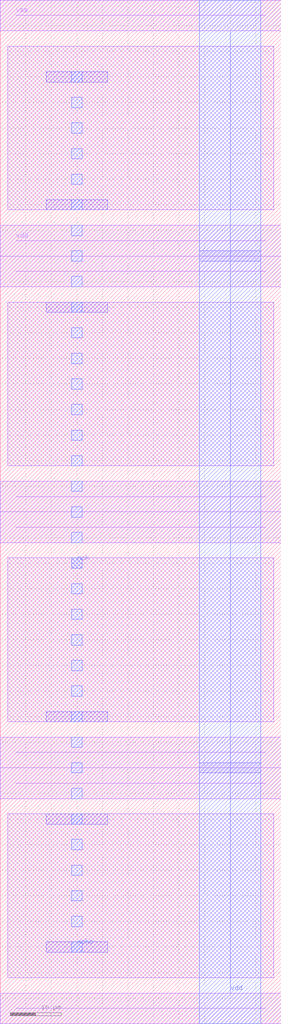
<source format=lef>

MACRO rf_dec_bufad0
    CLASS     CORE ;
    ORIGIN    0.00 0.00 ;
    SIZE      45.00 BY 50.00 ;
    SYMMETRY  X Y ;
    SITE      core ;
    PIN nq
        DIRECTION INOUT ;
        PORT
            LAYER L_ALU2 ;
            RECT 14.00 24.00 16.00 26.00 ;
        END
    END nq
    PIN q
        DIRECTION OUTPUT ;
        PORT
            LAYER L_ALU2 ;
            RECT 24.00 29.00 26.00 31.00 ;
        END
    END q
    PIN i
        DIRECTION INPUT ;
        PORT
            LAYER L_ALU1 ;
            RECT 4.00 39.00 6.00 41.00 ;
            RECT 4.00 34.00 6.00 36.00 ;
            RECT 4.00 29.00 6.00 31.00 ;
            RECT 4.00 24.00 6.00 26.00 ;
            RECT 4.00 19.00 6.00 21.00 ;
            RECT 4.00 14.00 6.00 16.00 ;
            RECT 4.00 9.00 6.00 11.00 ;
        END
    END i
    PIN vdd
        DIRECTION INOUT ;
        USE power ;
        SHAPE ABUTMENT ;
        PORT
            LAYER L_ALU1 ;
            WIDTH 6.00 ;
            PATH 3.00 47.00 42.00 47.00 ;
        END
    END vdd
    PIN vss
        DIRECTION INOUT ;
        USE ground ;
        SHAPE ABUTMENT ;
        PORT
            LAYER L_ALU1 ;
            WIDTH 6.00 ;
            PATH 3.00 3.00 42.00 3.00 ;
        END
    END vss
    OBS
        LAYER L_ALU1 ;
        RECT 1.50 9.00 43.50 41.00 ;
    END
END rf_dec_bufad0


MACRO rf_dec_bufad1
    CLASS     CORE ;
    ORIGIN    0.00 0.00 ;
    SIZE      50.00 BY 50.00 ;
    SYMMETRY  X Y ;
    SITE      core ;
    PIN nq
        DIRECTION INOUT ;
        PORT
            LAYER L_ALU3 ;
            RECT 24.00 19.00 26.00 21.00 ;
        END
    END nq
    PIN q
        DIRECTION OUTPUT ;
        PORT
            LAYER L_ALU3 ;
            RECT 29.00 19.00 31.00 21.00 ;
        END
    END q
    PIN i
        DIRECTION INPUT ;
        PORT
            LAYER L_ALU3 ;
            RECT 19.00 19.00 21.00 21.00 ;
        END
    END i
    PIN vdd
        DIRECTION INOUT ;
        USE power ;
        SHAPE ABUTMENT ;
        PORT
            LAYER L_ALU1 ;
            WIDTH 6.00 ;
            PATH 3.00 47.00 47.00 47.00 ;
        END
    END vdd
    PIN vss
        DIRECTION INOUT ;
        USE ground ;
        SHAPE ABUTMENT ;
        PORT
            LAYER L_ALU1 ;
            WIDTH 6.00 ;
            PATH 3.00 3.00 47.00 3.00 ;
        END
    END vss
    OBS
        LAYER L_ALU1 ;
        RECT 1.50 9.00 48.50 41.00 ;
        LAYER L_ALU2 ;
        RECT 19.00 19.00 31.00 21.00 ;
    END
END rf_dec_bufad1


MACRO rf_dec_bufad2
    CLASS     CORE ;
    ORIGIN    0.00 0.00 ;
    SIZE      50.00 BY 50.00 ;
    SYMMETRY  X Y ;
    SITE      core ;
    PIN nq0
        DIRECTION INOUT ;
        PORT
            LAYER L_ALU3 ;
            RECT 29.00 19.00 31.00 21.00 ;
        END
    END nq0
    PIN nq1
        DIRECTION INOUT ;
        PORT
            LAYER L_ALU3 ;
            RECT 34.00 19.00 36.00 21.00 ;
        END
    END nq1
    PIN q0
        DIRECTION OUTPUT ;
        PORT
            LAYER L_ALU3 ;
            RECT 19.00 19.00 21.00 21.00 ;
        END
    END q0
    PIN q1
        DIRECTION OUTPUT ;
        PORT
            LAYER L_ALU3 ;
            RECT 44.00 19.00 46.00 21.00 ;
        END
    END q1
    PIN i0
        DIRECTION INPUT ;
        PORT
            LAYER L_ALU3 ;
            RECT 24.00 19.00 26.00 21.00 ;
        END
    END i0
    PIN i1
        DIRECTION INPUT ;
        PORT
            LAYER L_ALU3 ;
            RECT 39.00 19.00 41.00 21.00 ;
        END
    END i1
    PIN vdd
        DIRECTION INOUT ;
        USE power ;
        SHAPE ABUTMENT ;
        PORT
            LAYER L_ALU1 ;
            WIDTH 6.00 ;
            PATH 3.00 47.00 47.00 47.00 ;
        END
    END vdd
    PIN vss
        DIRECTION INOUT ;
        USE ground ;
        SHAPE ABUTMENT ;
        PORT
            LAYER L_ALU1 ;
            WIDTH 6.00 ;
            PATH 3.00 3.00 47.00 3.00 ;
        END
    END vss
    OBS
        LAYER L_ALU1 ;
        RECT 1.50 9.00 48.50 41.00 ;
        LAYER L_ALU2 ;
        RECT 19.00 19.00 46.00 21.00 ;
    END
END rf_dec_bufad2


MACRO rf_dec_nand2
    CLASS     CORE ;
    ORIGIN    0.00 0.00 ;
    SIZE      50.00 BY 50.00 ;
    SYMMETRY  X Y ;
    SITE      core ;
    PIN nq
        DIRECTION OUTPUT ;
        PORT
            LAYER L_ALU3 ;
            RECT 34.00 19.00 36.00 21.00 ;
        END
    END nq
    PIN i1
        DIRECTION INPUT ;
        PORT
            LAYER L_ALU3 ;
            RECT 24.00 19.00 26.00 21.00 ;
        END
    END i1
    PIN i0
        DIRECTION INPUT ;
        PORT
            LAYER L_ALU3 ;
            RECT 19.00 19.00 21.00 21.00 ;
        END
    END i0
    PIN vdd
        DIRECTION INOUT ;
        USE power ;
        SHAPE ABUTMENT ;
        PORT
            LAYER L_ALU1 ;
            WIDTH 6.00 ;
            PATH 3.00 47.00 47.00 47.00 ;
        END
    END vdd
    PIN vss
        DIRECTION INOUT ;
        USE ground ;
        SHAPE ABUTMENT ;
        PORT
            LAYER L_ALU1 ;
            WIDTH 6.00 ;
            PATH 3.00 3.00 47.00 3.00 ;
        END
    END vss
    OBS
        LAYER L_ALU1 ;
        RECT 1.50 9.00 48.50 41.00 ;
        LAYER L_ALU2 ;
        RECT 19.00 19.00 36.00 21.00 ;
    END
END rf_dec_nand2


MACRO rf_dec_nand3
    CLASS     CORE ;
    ORIGIN    0.00 0.00 ;
    SIZE      50.00 BY 50.00 ;
    SYMMETRY  X Y ;
    SITE      core ;
    PIN nq
        DIRECTION OUTPUT ;
        PORT
            LAYER L_ALU3 ;
            RECT 39.00 19.00 41.00 21.00 ;
        END
    END nq
    PIN i0
        DIRECTION INPUT ;
        PORT
            LAYER L_ALU3 ;
            RECT 34.00 19.00 36.00 21.00 ;
        END
    END i0
    PIN i1
        DIRECTION INPUT ;
        PORT
            LAYER L_ALU3 ;
            RECT 19.00 19.00 21.00 21.00 ;
        END
    END i1
    PIN i2
        DIRECTION INPUT ;
        PORT
            LAYER L_ALU3 ;
            RECT 24.00 19.00 26.00 21.00 ;
        END
    END i2
    PIN vdd
        DIRECTION INOUT ;
        USE power ;
        SHAPE ABUTMENT ;
        PORT
            LAYER L_ALU1 ;
            WIDTH 6.00 ;
            PATH 3.00 47.00 47.00 47.00 ;
        END
    END vdd
    PIN vss
        DIRECTION INOUT ;
        USE ground ;
        SHAPE ABUTMENT ;
        PORT
            LAYER L_ALU1 ;
            WIDTH 6.00 ;
            PATH 3.00 3.00 47.00 3.00 ;
        END
    END vss
    OBS
        LAYER L_ALU1 ;
        RECT 1.50 9.00 48.50 41.00 ;
        LAYER L_ALU2 ;
        RECT 29.00 19.00 36.00 21.00 ;
        RECT 19.00 19.00 41.00 21.00 ;
    END
END rf_dec_nand3


MACRO rf_dec_nand4
    CLASS     CORE ;
    ORIGIN    0.00 0.00 ;
    SIZE      50.00 BY 50.00 ;
    SYMMETRY  X Y ;
    SITE      core ;
    PIN nq
        DIRECTION OUTPUT ;
        PORT
            LAYER L_ALU3 ;
            RECT 39.00 19.00 41.00 21.00 ;
        END
    END nq
    PIN i2
        DIRECTION INPUT ;
        PORT
            LAYER L_ALU3 ;
            RECT 24.00 19.00 26.00 21.00 ;
        END
    END i2
    PIN i1
        DIRECTION INPUT ;
        PORT
            LAYER L_ALU3 ;
            RECT 19.00 19.00 21.00 21.00 ;
        END
    END i1
    PIN i0
        DIRECTION INPUT ;
        PORT
            LAYER L_ALU3 ;
            RECT 14.00 19.00 16.00 21.00 ;
        END
    END i0
    PIN i3
        DIRECTION INPUT ;
        PORT
            LAYER L_ALU3 ;
            RECT 34.00 19.00 36.00 21.00 ;
        END
    END i3
    PIN vdd
        DIRECTION INOUT ;
        USE power ;
        SHAPE ABUTMENT ;
        PORT
            LAYER L_ALU1 ;
            WIDTH 6.00 ;
            PATH 3.00 47.00 47.00 47.00 ;
        END
    END vdd
    PIN vss
        DIRECTION INOUT ;
        USE ground ;
        SHAPE ABUTMENT ;
        PORT
            LAYER L_ALU1 ;
            WIDTH 6.00 ;
            PATH 3.00 3.00 47.00 3.00 ;
        END
    END vss
    OBS
        LAYER L_ALU1 ;
        RECT 1.50 9.00 48.50 41.00 ;
        LAYER L_ALU2 ;
        RECT 14.00 19.00 41.00 21.00 ;
        RECT 29.00 19.00 36.00 21.00 ;
    END
END rf_dec_nand4


MACRO rf_dec_nao3
    CLASS     CORE ;
    ORIGIN    0.00 0.00 ;
    SIZE      25.00 BY 50.00 ;
    SYMMETRY  X Y ;
    SITE      core ;
    PIN nq
        DIRECTION OUTPUT ;
        PORT
            LAYER L_ALU2 ;
            RECT 9.00 14.00 11.00 16.00 ;
        END
    END nq
    PIN i2
        DIRECTION INPUT ;
        PORT
            LAYER L_ALU2 ;
            RECT 19.00 34.00 21.00 36.00 ;
        END
    END i2
    PIN i0
        DIRECTION INPUT ;
        PORT
            LAYER L_ALU2 ;
            RECT 9.00 39.00 11.00 41.00 ;
        END
    END i0
    PIN i1
        DIRECTION INPUT ;
        PORT
            LAYER L_ALU2 ;
            RECT 4.00 19.00 6.00 21.00 ;
        END
    END i1
    PIN vdd
        DIRECTION INOUT ;
        USE power ;
        SHAPE ABUTMENT ;
        PORT
            LAYER L_ALU1 ;
            WIDTH 6.00 ;
            PATH 3.00 47.00 22.00 47.00 ;
        END
    END vdd
    PIN vss
        DIRECTION INOUT ;
        USE ground ;
        SHAPE ABUTMENT ;
        PORT
            LAYER L_ALU1 ;
            WIDTH 6.00 ;
            PATH 3.00 3.00 22.00 3.00 ;
        END
    END vss
    OBS
        LAYER L_ALU1 ;
        RECT 1.50 9.00 23.50 41.00 ;
        LAYER L_ALU2 ;
        RECT 4.00 19.00 11.00 21.00 ;
    END
END rf_dec_nao3


MACRO rf_dec_nbuf
    CLASS     CORE ;
    ORIGIN    0.00 0.00 ;
    SIZE      55.00 BY 50.00 ;
    SYMMETRY  X Y ;
    SITE      core ;
    PIN nq
        DIRECTION OUTPUT ;
        PORT
            LAYER L_ALU2 ;
            RECT 19.00 9.00 21.00 11.00 ;
            RECT 14.00 9.00 16.00 11.00 ;
            RECT 9.00 9.00 11.00 11.00 ;
        END
    END nq
    PIN i
        DIRECTION INPUT ;
        PORT
            LAYER L_ALU1 ;
            RECT 49.00 39.00 51.00 41.00 ;
            RECT 49.00 34.00 51.00 36.00 ;
            RECT 49.00 29.00 51.00 31.00 ;
            RECT 49.00 24.00 51.00 26.00 ;
            RECT 49.00 19.00 51.00 21.00 ;
            RECT 49.00 14.00 51.00 16.00 ;
            RECT 49.00 9.00 51.00 11.00 ;
        END
    END i
    PIN vdd
        DIRECTION INOUT ;
        USE power ;
        SHAPE ABUTMENT ;
        PORT
            LAYER L_ALU1 ;
            WIDTH 6.00 ;
            PATH 3.00 47.00 52.00 47.00 ;
        END
    END vdd
    PIN vss
        DIRECTION INOUT ;
        USE ground ;
        SHAPE ABUTMENT ;
        PORT
            LAYER L_ALU1 ;
            WIDTH 6.00 ;
            PATH 3.00 3.00 52.00 3.00 ;
        END
    END vss
    OBS
        LAYER L_ALU1 ;
        RECT 1.50 9.00 53.50 41.00 ;
    END
END rf_dec_nbuf


MACRO rf_dec_nor3
    CLASS     CORE ;
    ORIGIN    0.00 0.00 ;
    SIZE      25.00 BY 50.00 ;
    SYMMETRY  X Y ;
    SITE      core ;
    PIN nq
        DIRECTION OUTPUT ;
        PORT
            LAYER L_ALU2 ;
            RECT 9.00 14.00 11.00 16.00 ;
        END
    END nq
    PIN i1
        DIRECTION INPUT ;
        PORT
            LAYER L_ALU2 ;
            RECT 4.00 19.00 6.00 21.00 ;
        END
    END i1
    PIN i2
        DIRECTION INPUT ;
        PORT
            LAYER L_ALU2 ;
            RECT 19.00 9.00 21.00 11.00 ;
        END
    END i2
    PIN i0
        DIRECTION INPUT ;
        PORT
            LAYER L_ALU2 ;
            RECT 9.00 39.00 11.00 41.00 ;
        END
    END i0
    PIN vdd
        DIRECTION INOUT ;
        USE power ;
        SHAPE ABUTMENT ;
        PORT
            LAYER L_ALU1 ;
            WIDTH 6.00 ;
            PATH 3.00 47.00 22.00 47.00 ;
        END
    END vdd
    PIN vss
        DIRECTION INOUT ;
        USE ground ;
        SHAPE ABUTMENT ;
        PORT
            LAYER L_ALU1 ;
            WIDTH 6.00 ;
            PATH 3.00 3.00 22.00 3.00 ;
        END
    END vss
    OBS
        LAYER L_ALU1 ;
        RECT 1.50 9.00 23.50 41.00 ;
        LAYER L_ALU2 ;
        RECT 4.00 19.00 11.00 21.00 ;
    END
END rf_dec_nor3


MACRO rf_fifo_buf
    CLASS     CORE ;
    ORIGIN    0.00 0.00 ;
    SIZE      50.00 BY 100.00 ;
    SYMMETRY  Y ;
    SITE      core ;
    PIN xcks
        DIRECTION OUTPUT ;
        PORT
            LAYER L_ALU1 ;
            RECT 4.00 39.00 6.00 41.00 ;
            RECT 4.00 34.00 6.00 36.00 ;
            RECT 4.00 29.00 6.00 31.00 ;
            RECT 4.00 24.00 6.00 26.00 ;
            RECT 4.00 19.00 6.00 21.00 ;
            RECT 4.00 14.00 6.00 16.00 ;
            RECT 4.00 9.00 6.00 11.00 ;
        END
    END xcks
    PIN xckm
        DIRECTION OUTPUT ;
        PORT
            LAYER L_ALU1 ;
            RECT 34.00 39.00 36.00 41.00 ;
            RECT 34.00 34.00 36.00 36.00 ;
            RECT 34.00 29.00 36.00 31.00 ;
            RECT 34.00 24.00 36.00 26.00 ;
            RECT 34.00 19.00 36.00 21.00 ;
            RECT 34.00 14.00 36.00 16.00 ;
            RECT 34.00 9.00 36.00 11.00 ;
        END
    END xckm
    PIN nw
        DIRECTION OUTPUT ;
        PORT
            LAYER L_ALU1 ;
            RECT 24.00 89.00 26.00 91.00 ;
            RECT 24.00 84.00 26.00 86.00 ;
            RECT 24.00 79.00 26.00 81.00 ;
            RECT 24.00 74.00 26.00 76.00 ;
            RECT 24.00 69.00 26.00 71.00 ;
            RECT 24.00 64.00 26.00 66.00 ;
            RECT 24.00 59.00 26.00 61.00 ;
        END
    END nw
    PIN xreset
        DIRECTION OUTPUT ;
        PORT
            LAYER L_ALU1 ;
            RECT 39.00 39.00 41.00 41.00 ;
            RECT 39.00 34.00 41.00 36.00 ;
            RECT 39.00 29.00 41.00 31.00 ;
            RECT 39.00 24.00 41.00 26.00 ;
            RECT 39.00 19.00 41.00 21.00 ;
            RECT 39.00 14.00 41.00 16.00 ;
            RECT 39.00 9.00 41.00 11.00 ;
        END
    END xreset
    PIN nr
        DIRECTION OUTPUT ;
        PORT
            LAYER L_ALU1 ;
            RECT 4.00 89.00 6.00 91.00 ;
            RECT 4.00 84.00 6.00 86.00 ;
            RECT 4.00 79.00 6.00 81.00 ;
            RECT 4.00 74.00 6.00 76.00 ;
            RECT 4.00 69.00 6.00 71.00 ;
            RECT 4.00 64.00 6.00 66.00 ;
            RECT 4.00 59.00 6.00 61.00 ;
        END
    END nr
    PIN nreset
        DIRECTION OUTPUT ;
        PORT
            LAYER L_ALU1 ;
            RECT 44.00 89.00 46.00 91.00 ;
            RECT 44.00 84.00 46.00 86.00 ;
            RECT 44.00 79.00 46.00 81.00 ;
            RECT 44.00 74.00 46.00 76.00 ;
            RECT 44.00 69.00 46.00 71.00 ;
            RECT 44.00 64.00 46.00 66.00 ;
            RECT 44.00 59.00 46.00 61.00 ;
            LAYER L_ALU3 ;
            RECT 44.00 59.00 46.00 61.00 ;
            RECT 44.00 54.00 46.00 56.00 ;
            RECT 44.00 49.00 46.00 51.00 ;
            RECT 44.00 44.00 46.00 46.00 ;
            RECT 44.00 39.00 46.00 41.00 ;
            RECT 44.00 34.00 46.00 36.00 ;
            RECT 44.00 29.00 46.00 31.00 ;
            RECT 44.00 24.00 46.00 26.00 ;
        END
    END nreset
    PIN ckm
        DIRECTION INPUT ;
        PORT
            LAYER L_ALU2 ;
            RECT 24.00 9.00 26.00 11.00 ;
            RECT 19.00 9.00 21.00 11.00 ;
        END
    END ckm
    PIN cks
        DIRECTION INPUT ;
        PORT
            LAYER L_ALU2 ;
            RECT 19.00 39.00 21.00 41.00 ;
            RECT 14.00 39.00 16.00 41.00 ;
        END
    END cks
    PIN reset
        DIRECTION INPUT ;
        PORT
            LAYER L_ALU2 ;
            RECT 39.00 79.00 41.00 81.00 ;
            RECT 34.00 79.00 36.00 81.00 ;
        END
    END reset
    PIN r
        DIRECTION INPUT ;
        PORT
            LAYER L_ALU2 ;
            RECT 14.00 84.00 16.00 86.00 ;
            RECT 9.00 84.00 11.00 86.00 ;
        END
    END r
    PIN w
        DIRECTION INPUT ;
        PORT
            LAYER L_ALU2 ;
            RECT 34.00 74.00 36.00 76.00 ;
            RECT 29.00 74.00 31.00 76.00 ;
        END
    END w
    PIN vdd
        DIRECTION INOUT ;
        USE power ;
        SHAPE ABUTMENT ;
        PORT
            LAYER L_ALU1 ;
            WIDTH 6.00 ;
            PATH 3.00 47.00 47.00 47.00 ;
            LAYER L_ALU1 ;
            WIDTH 6.00 ;
            PATH 3.00 53.00 47.00 53.00 ;
        END
    END vdd
    PIN vss
        DIRECTION INOUT ;
        USE ground ;
        SHAPE ABUTMENT ;
        PORT
            LAYER L_ALU1 ;
            WIDTH 6.00 ;
            PATH 3.00 3.00 47.00 3.00 ;
            LAYER L_ALU1 ;
            WIDTH 6.00 ;
            PATH 3.00 97.00 47.00 97.00 ;
        END
    END vss
    OBS
        LAYER L_ALU1 ;
        RECT 1.50 9.00 48.50 41.00 ;
        RECT 1.50 59.00 48.50 91.00 ;
        LAYER L_ALU2 ;
        RECT 44.00 59.00 51.00 61.00 ;
        RECT 44.00 24.00 51.00 26.00 ;
        RECT 44.00 59.00 51.00 61.00 ;
        RECT 44.00 24.00 51.00 26.00 ;
    END
END rf_fifo_buf


MACRO rf_fifo_clock
    CLASS     CORE ;
    ORIGIN    0.00 0.00 ;
    SIZE      50.00 BY 100.00 ;
    SYMMETRY  Y ;
    SITE      core ;
    PIN ckm
        DIRECTION INOUT ;
        PORT
            LAYER L_ALU3 ;
            RECT 19.00 84.00 21.00 86.00 ;
            RECT 19.00 79.00 21.00 81.00 ;
            RECT 19.00 74.00 21.00 76.00 ;
            RECT 19.00 69.00 21.00 71.00 ;
            RECT 19.00 64.00 21.00 66.00 ;
            RECT 19.00 59.00 21.00 61.00 ;
            RECT 19.00 54.00 21.00 56.00 ;
            RECT 19.00 49.00 21.00 51.00 ;
            RECT 19.00 44.00 21.00 46.00 ;
            RECT 19.00 39.00 21.00 41.00 ;
        END
    END ckm
    PIN cks
        DIRECTION INOUT ;
        PORT
            LAYER L_ALU3 ;
            RECT 29.00 79.00 31.00 81.00 ;
            RECT 29.00 74.00 31.00 76.00 ;
            RECT 29.00 69.00 31.00 71.00 ;
            RECT 29.00 64.00 31.00 66.00 ;
            RECT 29.00 59.00 31.00 61.00 ;
            RECT 29.00 54.00 31.00 56.00 ;
            RECT 29.00 49.00 31.00 51.00 ;
            RECT 29.00 44.00 31.00 46.00 ;
            RECT 29.00 39.00 31.00 41.00 ;
        END
    END cks
    PIN ckok
        DIRECTION OUTPUT ;
        PORT
            LAYER L_ALU1 ;
            RECT 9.00 89.00 11.00 91.00 ;
            RECT 9.00 84.00 11.00 86.00 ;
            RECT 9.00 79.00 11.00 81.00 ;
            RECT 9.00 74.00 11.00 76.00 ;
            RECT 9.00 69.00 11.00 71.00 ;
            RECT 9.00 64.00 11.00 66.00 ;
            RECT 9.00 59.00 11.00 61.00 ;
        END
    END ckok
    PIN wok
        DIRECTION INPUT ;
        PORT
            LAYER L_ALU1 ;
            RECT 4.00 79.00 6.00 81.00 ;
            RECT 4.00 74.00 6.00 76.00 ;
            RECT 4.00 69.00 6.00 71.00 ;
            RECT 4.00 64.00 6.00 66.00 ;
        END
    END wok
    PIN ck
        DIRECTION INPUT ;
        PORT
            LAYER L_ALU2 ;
            RECT 49.00 69.00 51.00 71.00 ;
            RECT 44.00 69.00 46.00 71.00 ;
            RECT 39.00 69.00 41.00 71.00 ;
            RECT 34.00 69.00 36.00 71.00 ;
            RECT 29.00 69.00 31.00 71.00 ;
            RECT 24.00 69.00 26.00 71.00 ;
            RECT 19.00 69.00 21.00 71.00 ;
            LAYER L_ALU3 ;
            RECT 49.00 69.00 51.00 71.00 ;
            RECT 49.00 64.00 51.00 66.00 ;
            RECT 49.00 59.00 51.00 61.00 ;
            RECT 49.00 54.00 51.00 56.00 ;
            RECT 49.00 49.00 51.00 51.00 ;
            RECT 49.00 44.00 51.00 46.00 ;
            RECT 49.00 39.00 51.00 41.00 ;
            RECT 49.00 34.00 51.00 36.00 ;
            RECT 49.00 29.00 51.00 31.00 ;
            RECT 49.00 24.00 51.00 26.00 ;
        END
    END ck
    PIN vdd
        DIRECTION INOUT ;
        USE power ;
        SHAPE ABUTMENT ;
        PORT
            LAYER L_ALU1 ;
            WIDTH 6.00 ;
            PATH 3.00 47.00 47.00 47.00 ;
            LAYER L_ALU1 ;
            WIDTH 6.00 ;
            PATH 3.00 53.00 47.00 53.00 ;
        END
    END vdd
    PIN vss
        DIRECTION INOUT ;
        USE ground ;
        SHAPE ABUTMENT ;
        PORT
            LAYER L_ALU1 ;
            WIDTH 6.00 ;
            PATH 3.00 3.00 47.00 3.00 ;
            LAYER L_ALU1 ;
            WIDTH 6.00 ;
            PATH 3.00 97.00 47.00 97.00 ;
        END
    END vss
    OBS
        LAYER L_ALU1 ;
        RECT 1.50 9.00 48.50 41.00 ;
        RECT 1.50 59.00 48.50 91.00 ;
        LAYER L_ALU2 ;
        RECT 29.00 19.00 41.00 21.00 ;
        RECT 29.00 79.00 46.00 81.00 ;
        RECT 9.00 24.00 36.00 26.00 ;
        RECT 29.00 19.00 41.00 21.00 ;
        RECT 24.00 39.00 31.00 41.00 ;
        RECT 9.00 24.00 51.00 26.00 ;
        RECT 14.00 39.00 21.00 41.00 ;
        RECT 19.00 84.00 36.00 86.00 ;
        RECT 29.00 79.00 36.00 81.00 ;
        RECT 39.00 79.00 46.00 81.00 ;
        RECT 39.00 59.00 46.00 61.00 ;
        RECT 29.00 59.00 36.00 61.00 ;
        RECT 29.00 59.00 46.00 61.00 ;
        RECT 39.00 39.00 46.00 41.00 ;
        RECT 44.00 24.00 51.00 26.00 ;
        RECT 19.00 84.00 36.00 86.00 ;
        RECT 14.00 39.00 46.00 41.00 ;
        LAYER L_ALU3 ;
        RECT 39.00 19.00 41.00 61.00 ;
        RECT 34.00 24.00 36.00 61.00 ;
        RECT 44.00 39.00 46.00 81.00 ;
        RECT 44.00 39.00 46.00 81.00 ;
        RECT 34.00 24.00 36.00 61.00 ;
        RECT 39.00 19.00 41.00 61.00 ;
    END
END rf_fifo_clock


MACRO rf_fifo_empty
    CLASS     CORE ;
    ORIGIN    0.00 0.00 ;
    SIZE      50.00 BY 50.00 ;
    SYMMETRY  X Y ;
    SITE      core ;
    PIN empty
        DIRECTION OUTPUT ;
        PORT
            LAYER L_ALU1 ;
            RECT 44.00 39.00 46.00 41.00 ;
            RECT 44.00 34.00 46.00 36.00 ;
            RECT 44.00 29.00 46.00 31.00 ;
            RECT 44.00 24.00 46.00 26.00 ;
            RECT 44.00 19.00 46.00 21.00 ;
            RECT 44.00 14.00 46.00 16.00 ;
            RECT 44.00 9.00 46.00 11.00 ;
        END
    END empty
    PIN nreset
        DIRECTION INPUT ;
        PORT
            LAYER L_ALU2 ;
            RECT 34.00 14.00 36.00 16.00 ;
            RECT 29.00 14.00 31.00 16.00 ;
            RECT 24.00 14.00 26.00 16.00 ;
            RECT 19.00 14.00 21.00 16.00 ;
            RECT 14.00 14.00 16.00 16.00 ;
            RECT 9.00 14.00 11.00 16.00 ;
            RECT 4.00 14.00 6.00 16.00 ;
        END
    END nreset
    PIN cks
        DIRECTION INPUT ;
        PORT
            LAYER L_ALU2 ;
            RECT 34.00 9.00 36.00 11.00 ;
            RECT 29.00 9.00 31.00 11.00 ;
            RECT 24.00 9.00 26.00 11.00 ;
            RECT 19.00 9.00 21.00 11.00 ;
        END
    END cks
    PIN emptynext
        DIRECTION INPUT ;
        PORT
            LAYER L_ALU2 ;
            RECT 34.00 29.00 36.00 31.00 ;
            RECT 29.00 29.00 31.00 31.00 ;
            RECT 24.00 29.00 26.00 31.00 ;
            RECT 19.00 29.00 21.00 31.00 ;
            RECT 14.00 29.00 16.00 31.00 ;
            RECT 9.00 29.00 11.00 31.00 ;
        END
    END emptynext
    PIN ckm
        DIRECTION INPUT ;
        PORT
            LAYER L_ALU2 ;
            RECT 34.00 19.00 36.00 21.00 ;
            RECT 29.00 19.00 31.00 21.00 ;
            RECT 24.00 19.00 26.00 21.00 ;
            RECT 19.00 19.00 21.00 21.00 ;
            RECT 14.00 19.00 16.00 21.00 ;
        END
    END ckm
    PIN vdd
        DIRECTION INOUT ;
        USE power ;
        SHAPE ABUTMENT ;
        PORT
            LAYER L_ALU1 ;
            WIDTH 6.00 ;
            PATH 3.00 47.00 47.00 47.00 ;
        END
    END vdd
    PIN vss
        DIRECTION INOUT ;
        USE ground ;
        SHAPE ABUTMENT ;
        PORT
            LAYER L_ALU1 ;
            WIDTH 6.00 ;
            PATH 3.00 3.00 47.00 3.00 ;
        END
    END vss
    OBS
        LAYER L_ALU1 ;
        RECT 1.50 9.00 48.50 41.00 ;
    END
END rf_fifo_empty


MACRO rf_fifo_full
    CLASS     CORE ;
    ORIGIN    0.00 0.00 ;
    SIZE      50.00 BY 50.00 ;
    SYMMETRY  X Y ;
    SITE      core ;
    PIN full
        DIRECTION OUTPUT ;
        PORT
            LAYER L_ALU1 ;
            RECT 44.00 39.00 46.00 41.00 ;
            RECT 44.00 34.00 46.00 36.00 ;
            RECT 44.00 29.00 46.00 31.00 ;
            RECT 44.00 24.00 46.00 26.00 ;
            RECT 44.00 19.00 46.00 21.00 ;
            RECT 44.00 14.00 46.00 16.00 ;
            RECT 44.00 9.00 46.00 11.00 ;
        END
    END full
    PIN cks
        DIRECTION INPUT ;
        PORT
            LAYER L_ALU2 ;
            RECT 34.00 9.00 36.00 11.00 ;
            RECT 29.00 9.00 31.00 11.00 ;
            RECT 24.00 9.00 26.00 11.00 ;
            RECT 19.00 9.00 21.00 11.00 ;
        END
    END cks
    PIN reset
        DIRECTION INPUT ;
        PORT
            LAYER L_ALU2 ;
            RECT 34.00 14.00 36.00 16.00 ;
            RECT 29.00 14.00 31.00 16.00 ;
            RECT 24.00 14.00 26.00 16.00 ;
            RECT 19.00 14.00 21.00 16.00 ;
            RECT 14.00 14.00 16.00 16.00 ;
            RECT 9.00 14.00 11.00 16.00 ;
            RECT 4.00 14.00 6.00 16.00 ;
        END
    END reset
    PIN fullnext
        DIRECTION INPUT ;
        PORT
            LAYER L_ALU2 ;
            RECT 34.00 24.00 36.00 26.00 ;
            RECT 29.00 24.00 31.00 26.00 ;
            RECT 24.00 24.00 26.00 26.00 ;
            RECT 19.00 24.00 21.00 26.00 ;
            RECT 14.00 24.00 16.00 26.00 ;
            RECT 9.00 24.00 11.00 26.00 ;
        END
    END fullnext
    PIN ckm
        DIRECTION INPUT ;
        PORT
            LAYER L_ALU2 ;
            RECT 34.00 19.00 36.00 21.00 ;
            RECT 29.00 19.00 31.00 21.00 ;
            RECT 24.00 19.00 26.00 21.00 ;
            RECT 19.00 19.00 21.00 21.00 ;
            RECT 14.00 19.00 16.00 21.00 ;
        END
    END ckm
    PIN vdd
        DIRECTION INOUT ;
        USE power ;
        SHAPE ABUTMENT ;
        PORT
            LAYER L_ALU1 ;
            WIDTH 6.00 ;
            PATH 3.00 47.00 47.00 47.00 ;
        END
    END vdd
    PIN vss
        DIRECTION INOUT ;
        USE ground ;
        SHAPE ABUTMENT ;
        PORT
            LAYER L_ALU1 ;
            WIDTH 6.00 ;
            PATH 3.00 3.00 47.00 3.00 ;
        END
    END vss
    OBS
        LAYER L_ALU1 ;
        RECT 1.50 9.00 48.50 41.00 ;
    END
END rf_fifo_full


MACRO rf_fifo_inc
    CLASS     CORE ;
    ORIGIN    0.00 0.00 ;
    SIZE      50.00 BY 50.00 ;
    SYMMETRY  X Y ;
    SITE      core ;
    PIN inc
        DIRECTION OUTPUT ;
        PORT
            LAYER L_ALU1 ;
            RECT 4.00 39.00 6.00 41.00 ;
            RECT 4.00 34.00 6.00 36.00 ;
            RECT 4.00 29.00 6.00 31.00 ;
            RECT 4.00 24.00 6.00 26.00 ;
            RECT 4.00 19.00 6.00 21.00 ;
            RECT 4.00 14.00 6.00 16.00 ;
            RECT 4.00 9.00 6.00 11.00 ;
        END
    END inc
    PIN nval
        DIRECTION INPUT ;
        PORT
            LAYER L_ALU2 ;
            RECT 29.00 39.00 31.00 41.00 ;
            RECT 24.00 39.00 26.00 41.00 ;
        END
    END nval
    PIN ckm
        DIRECTION INPUT ;
        PORT
            LAYER L_ALU2 ;
            RECT 14.00 19.00 16.00 21.00 ;
            RECT 9.00 19.00 11.00 21.00 ;
        END
    END ckm
    PIN nreset
        DIRECTION INPUT ;
        PORT
            LAYER L_ALU2 ;
            RECT 24.00 24.00 26.00 26.00 ;
            RECT 19.00 24.00 21.00 26.00 ;
        END
    END nreset
    PIN vdd
        DIRECTION INOUT ;
        USE power ;
        SHAPE ABUTMENT ;
        PORT
            LAYER L_ALU1 ;
            WIDTH 6.00 ;
            PATH 3.00 47.00 47.00 47.00 ;
        END
    END vdd
    PIN vss
        DIRECTION INOUT ;
        USE ground ;
        SHAPE ABUTMENT ;
        PORT
            LAYER L_ALU1 ;
            WIDTH 6.00 ;
            PATH 3.00 3.00 47.00 3.00 ;
        END
    END vss
    OBS
        LAYER L_ALU1 ;
        RECT 1.50 9.00 48.50 41.00 ;
    END
END rf_fifo_inc


MACRO rf_fifo_nop
    CLASS     CORE ;
    ORIGIN    0.00 0.00 ;
    SIZE      50.00 BY 50.00 ;
    SYMMETRY  X Y ;
    SITE      core ;
    PIN nval
        DIRECTION INOUT ;
        PORT
            LAYER L_ALU2 ;
            RECT 29.00 39.00 31.00 41.00 ;
            RECT 24.00 39.00 26.00 41.00 ;
        END
    END nval
    PIN nop
        DIRECTION OUTPUT ;
        PORT
            LAYER L_ALU1 ;
            RECT 4.00 39.00 6.00 41.00 ;
            RECT 4.00 34.00 6.00 36.00 ;
            RECT 4.00 29.00 6.00 31.00 ;
            RECT 4.00 24.00 6.00 26.00 ;
            RECT 4.00 19.00 6.00 21.00 ;
            RECT 4.00 14.00 6.00 16.00 ;
            RECT 4.00 9.00 6.00 11.00 ;
        END
    END nop
    PIN rw
        DIRECTION INPUT ;
        PORT
            LAYER L_ALU2 ;
            RECT 39.00 14.00 41.00 16.00 ;
            RECT 34.00 14.00 36.00 16.00 ;
            RECT 29.00 14.00 31.00 16.00 ;
            RECT 24.00 14.00 26.00 16.00 ;
        END
    END rw
    PIN nreset
        DIRECTION INPUT ;
        PORT
            LAYER L_ALU2 ;
            RECT 24.00 24.00 26.00 26.00 ;
            RECT 19.00 24.00 21.00 26.00 ;
        END
    END nreset
    PIN ckm
        DIRECTION INPUT ;
        PORT
            LAYER L_ALU2 ;
            RECT 14.00 19.00 16.00 21.00 ;
            RECT 9.00 19.00 11.00 21.00 ;
        END
    END ckm
    PIN rwok
        DIRECTION INPUT ;
        PORT
            LAYER L_ALU2 ;
            RECT 39.00 29.00 41.00 31.00 ;
            RECT 34.00 29.00 36.00 31.00 ;
            RECT 29.00 29.00 31.00 31.00 ;
            RECT 24.00 29.00 26.00 31.00 ;
        END
    END rwok
    PIN vdd
        DIRECTION INOUT ;
        USE power ;
        SHAPE ABUTMENT ;
        PORT
            LAYER L_ALU1 ;
            WIDTH 6.00 ;
            PATH 3.00 47.00 47.00 47.00 ;
        END
    END vdd
    PIN vss
        DIRECTION INOUT ;
        USE ground ;
        SHAPE ABUTMENT ;
        PORT
            LAYER L_ALU1 ;
            WIDTH 6.00 ;
            PATH 3.00 3.00 47.00 3.00 ;
        END
    END vss
    OBS
        LAYER L_ALU1 ;
        RECT 1.50 9.00 48.50 41.00 ;
    END
END rf_fifo_nop


MACRO rf_fifo_ok
    CLASS     CORE ;
    ORIGIN    0.00 0.00 ;
    SIZE      50.00 BY 50.00 ;
    SYMMETRY  X Y ;
    SITE      core ;
    PIN nextval
        DIRECTION OUTPUT ;
        PORT
            LAYER L_ALU2 ;
            RECT 24.00 29.00 26.00 31.00 ;
            RECT 19.00 29.00 21.00 31.00 ;
        END
    END nextval
    PIN ok
        DIRECTION OUTPUT ;
        PORT
            LAYER L_ALU1 ;
            RECT 9.00 39.00 11.00 41.00 ;
            RECT 9.00 34.00 11.00 36.00 ;
            RECT 9.00 29.00 11.00 31.00 ;
            RECT 9.00 24.00 11.00 26.00 ;
            RECT 9.00 19.00 11.00 21.00 ;
            RECT 9.00 14.00 11.00 16.00 ;
            RECT 9.00 9.00 11.00 11.00 ;
        END
    END ok
    PIN nrw
        DIRECTION INPUT ;
        PORT
            LAYER L_ALU2 ;
            RECT 24.00 14.00 26.00 16.00 ;
            RECT 19.00 14.00 21.00 16.00 ;
        END
    END nrw
    PIN prev
        DIRECTION INPUT ;
        PORT
            LAYER L_ALU2 ;
            RECT 29.00 19.00 31.00 21.00 ;
            RECT 24.00 19.00 26.00 21.00 ;
            RECT 19.00 19.00 21.00 21.00 ;
            RECT 14.00 19.00 16.00 21.00 ;
            RECT 9.00 19.00 11.00 21.00 ;
            RECT 4.00 19.00 6.00 21.00 ;
        END
    END prev
    PIN rw
        DIRECTION INPUT ;
        PORT
            LAYER L_ALU2 ;
            RECT 34.00 24.00 36.00 26.00 ;
            RECT 29.00 24.00 31.00 26.00 ;
        END
    END rw
    PIN ripple
        DIRECTION INPUT ;
        PORT
            LAYER L_ALU2 ;
            RECT 44.00 34.00 46.00 36.00 ;
            RECT 39.00 34.00 41.00 36.00 ;
        END
    END ripple
    PIN vdd
        DIRECTION INOUT ;
        USE power ;
        SHAPE ABUTMENT ;
        PORT
            LAYER L_ALU1 ;
            WIDTH 6.00 ;
            PATH 3.00 47.00 47.00 47.00 ;
        END
    END vdd
    PIN vss
        DIRECTION INOUT ;
        USE ground ;
        SHAPE ABUTMENT ;
        PORT
            LAYER L_ALU1 ;
            WIDTH 6.00 ;
            PATH 3.00 3.00 47.00 3.00 ;
        END
    END vss
    OBS
        LAYER L_ALU1 ;
        RECT 1.50 9.00 48.50 41.00 ;
    END
END rf_fifo_ok


MACRO rf_fifo_orand4
    CLASS     CORE ;
    ORIGIN    0.00 0.00 ;
    SIZE      50.00 BY 50.00 ;
    SYMMETRY  X Y ;
    SITE      core ;
    PIN rippleout
        DIRECTION OUTPUT ;
        PORT
            LAYER L_ALU1 ;
            RECT 9.00 39.00 11.00 41.00 ;
            RECT 9.00 34.00 11.00 36.00 ;
            RECT 9.00 29.00 11.00 31.00 ;
            RECT 9.00 24.00 11.00 26.00 ;
            RECT 9.00 19.00 11.00 21.00 ;
            RECT 9.00 14.00 11.00 16.00 ;
            RECT 9.00 9.00 11.00 11.00 ;
        END
    END rippleout
    PIN a1
        DIRECTION INPUT ;
        PORT
            LAYER L_ALU1 ;
            RECT 19.00 29.00 21.00 31.00 ;
            RECT 19.00 24.00 21.00 26.00 ;
            RECT 19.00 19.00 21.00 21.00 ;
            RECT 19.00 14.00 21.00 16.00 ;
        END
    END a1
    PIN b1
        DIRECTION INPUT ;
        PORT
            LAYER L_ALU1 ;
            RECT 24.00 29.00 26.00 31.00 ;
            RECT 24.00 24.00 26.00 26.00 ;
            RECT 24.00 19.00 26.00 21.00 ;
            RECT 24.00 14.00 26.00 16.00 ;
        END
    END b1
    PIN a0
        DIRECTION INPUT ;
        PORT
            LAYER L_ALU1 ;
            RECT 34.00 34.00 36.00 36.00 ;
            RECT 34.00 29.00 36.00 31.00 ;
            RECT 34.00 24.00 36.00 26.00 ;
            RECT 34.00 19.00 36.00 21.00 ;
            RECT 34.00 14.00 36.00 16.00 ;
            RECT 34.00 9.00 36.00 11.00 ;
        END
    END a0
    PIN b0
        DIRECTION INPUT ;
        PORT
            LAYER L_ALU1 ;
            RECT 39.00 34.00 41.00 36.00 ;
            RECT 39.00 29.00 41.00 31.00 ;
            RECT 39.00 24.00 41.00 26.00 ;
            RECT 39.00 19.00 41.00 21.00 ;
            RECT 39.00 14.00 41.00 16.00 ;
            RECT 39.00 9.00 41.00 11.00 ;
        END
    END b0
    PIN vdd
        DIRECTION INOUT ;
        USE power ;
        SHAPE ABUTMENT ;
        PORT
            LAYER L_ALU1 ;
            WIDTH 6.00 ;
            PATH 3.00 47.00 47.00 47.00 ;
        END
    END vdd
    PIN vss
        DIRECTION INOUT ;
        USE ground ;
        SHAPE ABUTMENT ;
        PORT
            LAYER L_ALU1 ;
            WIDTH 6.00 ;
            PATH 3.00 3.00 47.00 3.00 ;
        END
    END vss
    OBS
        LAYER L_ALU1 ;
        RECT 1.50 9.00 48.50 41.00 ;
    END
END rf_fifo_orand4


MACRO rf_fifo_orand5
    CLASS     CORE ;
    ORIGIN    0.00 0.00 ;
    SIZE      50.00 BY 50.00 ;
    SYMMETRY  X Y ;
    SITE      core ;
    PIN rippleout
        DIRECTION OUTPUT ;
        PORT
            LAYER L_ALU1 ;
            RECT 9.00 39.00 11.00 41.00 ;
            RECT 9.00 34.00 11.00 36.00 ;
            RECT 9.00 29.00 11.00 31.00 ;
            RECT 9.00 24.00 11.00 26.00 ;
            RECT 9.00 19.00 11.00 21.00 ;
            RECT 9.00 14.00 11.00 16.00 ;
            RECT 9.00 9.00 11.00 11.00 ;
        END
    END rippleout
    PIN b0
        DIRECTION INPUT ;
        PORT
            LAYER L_ALU1 ;
            RECT 44.00 29.00 46.00 31.00 ;
            RECT 44.00 24.00 46.00 26.00 ;
            RECT 44.00 19.00 46.00 21.00 ;
            RECT 44.00 14.00 46.00 16.00 ;
        END
    END b0
    PIN a0
        DIRECTION INPUT ;
        PORT
            LAYER L_ALU1 ;
            RECT 34.00 29.00 36.00 31.00 ;
            RECT 34.00 24.00 36.00 26.00 ;
            RECT 34.00 19.00 36.00 21.00 ;
            RECT 34.00 14.00 36.00 16.00 ;
        END
    END a0
    PIN ripplein
        DIRECTION INPUT ;
        PORT
            LAYER L_ALU1 ;
            RECT 29.00 29.00 31.00 31.00 ;
            RECT 29.00 24.00 31.00 26.00 ;
            RECT 29.00 19.00 31.00 21.00 ;
            RECT 29.00 14.00 31.00 16.00 ;
        END
    END ripplein
    PIN b1
        DIRECTION INPUT ;
        PORT
            LAYER L_ALU1 ;
            RECT 24.00 29.00 26.00 31.00 ;
            RECT 24.00 24.00 26.00 26.00 ;
            RECT 24.00 19.00 26.00 21.00 ;
            RECT 24.00 14.00 26.00 16.00 ;
        END
    END b1
    PIN a1
        DIRECTION INPUT ;
        PORT
            LAYER L_ALU1 ;
            RECT 19.00 29.00 21.00 31.00 ;
            RECT 19.00 24.00 21.00 26.00 ;
            RECT 19.00 19.00 21.00 21.00 ;
            RECT 19.00 14.00 21.00 16.00 ;
        END
    END a1
    PIN vdd
        DIRECTION INOUT ;
        USE power ;
        SHAPE ABUTMENT ;
        PORT
            LAYER L_ALU1 ;
            WIDTH 6.00 ;
            PATH 3.00 47.00 47.00 47.00 ;
        END
    END vdd
    PIN vss
        DIRECTION INOUT ;
        USE ground ;
        SHAPE ABUTMENT ;
        PORT
            LAYER L_ALU1 ;
            WIDTH 6.00 ;
            PATH 3.00 3.00 47.00 3.00 ;
        END
    END vss
    OBS
        LAYER L_ALU1 ;
        RECT 1.50 9.00 48.50 41.00 ;
    END
END rf_fifo_orand5


MACRO rf_fifo_ptreset
    CLASS     CORE ;
    ORIGIN    0.00 0.00 ;
    SIZE      50.00 BY 50.00 ;
    SYMMETRY  X Y ;
    SITE      core ;
    PIN pt
        DIRECTION INOUT ;
        PORT
            LAYER L_ALU2 ;
            RECT 44.00 9.00 46.00 11.00 ;
            RECT 39.00 9.00 41.00 11.00 ;
        END
    END pt
    PIN nop
        DIRECTION INPUT ;
        PORT
            LAYER L_ALU2 ;
            RECT 44.00 19.00 46.00 21.00 ;
            RECT 39.00 19.00 41.00 21.00 ;
        END
    END nop
    PIN ptm1
        DIRECTION INPUT ;
        PORT
            LAYER L_ALU2 ;
            RECT 29.00 9.00 31.00 11.00 ;
            RECT 24.00 9.00 26.00 11.00 ;
        END
    END ptm1
    PIN cks
        DIRECTION INPUT ;
        PORT
            LAYER L_ALU2 ;
            RECT 14.00 19.00 16.00 21.00 ;
            RECT 9.00 19.00 11.00 21.00 ;
        END
    END cks
    PIN reset
        DIRECTION INPUT ;
        PORT
            LAYER L_ALU2 ;
            RECT 24.00 19.00 26.00 21.00 ;
            RECT 19.00 19.00 21.00 21.00 ;
        END
    END reset
    PIN inc
        DIRECTION INPUT ;
        PORT
            LAYER L_ALU2 ;
            RECT 34.00 19.00 36.00 21.00 ;
            RECT 29.00 19.00 31.00 21.00 ;
        END
    END inc
    PIN vdd
        DIRECTION INOUT ;
        USE power ;
        SHAPE ABUTMENT ;
        PORT
            LAYER L_ALU1 ;
            WIDTH 6.00 ;
            PATH 3.00 47.00 47.00 47.00 ;
        END
    END vdd
    PIN vss
        DIRECTION INOUT ;
        USE ground ;
        SHAPE ABUTMENT ;
        PORT
            LAYER L_ALU1 ;
            WIDTH 6.00 ;
            PATH 3.00 3.00 47.00 3.00 ;
        END
    END vss
    OBS
        LAYER L_ALU1 ;
        RECT 1.50 9.00 48.50 41.00 ;
        LAYER L_ALU2 ;
        RECT 4.00 34.00 41.00 36.00 ;
        RECT 4.00 34.00 41.00 36.00 ;
        RECT 9.00 19.00 46.00 21.00 ;
    END
END rf_fifo_ptreset


MACRO rf_fifo_ptset
    CLASS     CORE ;
    ORIGIN    0.00 0.00 ;
    SIZE      50.00 BY 50.00 ;
    SYMMETRY  X Y ;
    SITE      core ;
    PIN pt
        DIRECTION INOUT ;
        PORT
            LAYER L_ALU2 ;
            RECT 44.00 9.00 46.00 11.00 ;
            RECT 39.00 9.00 41.00 11.00 ;
        END
    END pt
    PIN nop
        DIRECTION INPUT ;
        PORT
            LAYER L_ALU2 ;
            RECT 44.00 19.00 46.00 21.00 ;
            RECT 39.00 19.00 41.00 21.00 ;
        END
    END nop
    PIN inc
        DIRECTION INPUT ;
        PORT
            LAYER L_ALU2 ;
            RECT 34.00 19.00 36.00 21.00 ;
            RECT 29.00 19.00 31.00 21.00 ;
        END
    END inc
    PIN nreset
        DIRECTION INPUT ;
        PORT
            LAYER L_ALU2 ;
            RECT 24.00 19.00 26.00 21.00 ;
            RECT 19.00 19.00 21.00 21.00 ;
        END
    END nreset
    PIN cks
        DIRECTION INPUT ;
        PORT
            LAYER L_ALU2 ;
            RECT 14.00 19.00 16.00 21.00 ;
            RECT 9.00 19.00 11.00 21.00 ;
        END
    END cks
    PIN ptm1
        DIRECTION INPUT ;
        PORT
            LAYER L_ALU2 ;
            RECT 29.00 9.00 31.00 11.00 ;
            RECT 24.00 9.00 26.00 11.00 ;
        END
    END ptm1
    PIN vdd
        DIRECTION INOUT ;
        USE power ;
        SHAPE ABUTMENT ;
        PORT
            LAYER L_ALU1 ;
            WIDTH 6.00 ;
            PATH 3.00 47.00 47.00 47.00 ;
        END
    END vdd
    PIN vss
        DIRECTION INOUT ;
        USE ground ;
        SHAPE ABUTMENT ;
        PORT
            LAYER L_ALU1 ;
            WIDTH 6.00 ;
            PATH 3.00 3.00 47.00 3.00 ;
        END
    END vss
    OBS
        LAYER L_ALU1 ;
        RECT 1.50 9.00 48.50 41.00 ;
        LAYER L_ALU2 ;
        RECT 9.00 19.00 46.00 21.00 ;
        RECT 4.00 34.00 41.00 36.00 ;
        RECT 4.00 34.00 41.00 36.00 ;
    END
END rf_fifo_ptset


MACRO rf_inmux_buf_2
    CLASS     CORE ;
    ORIGIN    0.00 0.00 ;
    SIZE      45.00 BY 100.00 ;
    SYMMETRY  Y ;
    SITE      core ;
    PIN sel0
        DIRECTION OUTPUT ;
        PORT
            LAYER L_ALU3 ;
            RECT 34.00 39.00 36.00 41.00 ;
            RECT 34.00 34.00 36.00 36.00 ;
            RECT 34.00 29.00 36.00 31.00 ;
            RECT 34.00 24.00 36.00 26.00 ;
            RECT 34.00 19.00 36.00 21.00 ;
            RECT 34.00 14.00 36.00 16.00 ;
        END
    END sel0
    PIN sel1
        DIRECTION OUTPUT ;
        PORT
            LAYER L_ALU3 ;
            RECT 24.00 39.00 26.00 41.00 ;
            RECT 24.00 34.00 26.00 36.00 ;
            RECT 24.00 29.00 26.00 31.00 ;
            RECT 24.00 24.00 26.00 26.00 ;
            RECT 24.00 19.00 26.00 21.00 ;
            RECT 24.00 14.00 26.00 16.00 ;
        END
    END sel1
    PIN nck
        DIRECTION OUTPUT ;
        PORT
            LAYER L_ALU2 ;
            RECT 34.00 89.00 36.00 91.00 ;
            RECT 29.00 89.00 31.00 91.00 ;
        END
    END nck
    PIN ck
        DIRECTION INPUT ;
        PORT
            LAYER L_ALU1 ;
            RECT 19.00 89.00 21.00 91.00 ;
            RECT 19.00 84.00 21.00 86.00 ;
            RECT 19.00 79.00 21.00 81.00 ;
            RECT 19.00 74.00 21.00 76.00 ;
            RECT 19.00 69.00 21.00 71.00 ;
        END
    END ck
    PIN sel
        DIRECTION INPUT ;
        PORT
            LAYER L_ALU1 ;
            RECT 14.00 89.00 16.00 91.00 ;
            RECT 14.00 84.00 16.00 86.00 ;
            RECT 14.00 79.00 16.00 81.00 ;
            RECT 14.00 74.00 16.00 76.00 ;
            RECT 14.00 69.00 16.00 71.00 ;
        END
    END sel
    PIN vdd
        DIRECTION INOUT ;
        USE power ;
        SHAPE ABUTMENT ;
        PORT
            LAYER L_ALU1 ;
            WIDTH 6.00 ;
            PATH 3.00 47.00 42.00 47.00 ;
            LAYER L_ALU1 ;
            WIDTH 6.00 ;
            PATH 3.00 53.00 42.00 53.00 ;
        END
    END vdd
    PIN vss
        DIRECTION INOUT ;
        USE ground ;
        SHAPE ABUTMENT ;
        PORT
            LAYER L_ALU1 ;
            WIDTH 6.00 ;
            PATH 3.00 3.00 42.00 3.00 ;
            LAYER L_ALU1 ;
            WIDTH 6.00 ;
            PATH 3.00 97.00 42.00 97.00 ;
        END
    END vss
    OBS
        LAYER L_ALU1 ;
        RECT 1.50 9.00 43.50 41.00 ;
        RECT 1.50 59.00 43.50 91.00 ;
        LAYER L_ALU2 ;
        RECT 8.00 14.00 26.00 16.00 ;
        RECT 8.00 39.00 26.00 41.00 ;
        RECT 34.00 14.00 40.00 16.00 ;
        RECT 34.00 39.00 40.00 41.00 ;
        RECT 4.00 39.00 41.00 41.00 ;
        RECT 4.00 14.00 41.00 16.00 ;
    END
END rf_inmux_buf_2


MACRO rf_inmux_buf_4
    CLASS     CORE ;
    ORIGIN    0.00 0.00 ;
    SIZE      45.00 BY 200.00 ;
    SYMMETRY  Y ;
    SITE      core ;
    PIN sel1
        DIRECTION OUTPUT ;
        PORT
            LAYER L_ALU3 ;
            RECT 24.00 184.00 26.00 186.00 ;
            RECT 24.00 179.00 26.00 181.00 ;
            RECT 24.00 174.00 26.00 176.00 ;
            RECT 24.00 169.00 26.00 171.00 ;
            RECT 24.00 164.00 26.00 166.00 ;
            RECT 24.00 159.00 26.00 161.00 ;
            RECT 24.00 154.00 26.00 156.00 ;
            RECT 24.00 149.00 26.00 151.00 ;
            RECT 24.00 144.00 26.00 146.00 ;
            RECT 24.00 139.00 26.00 141.00 ;
            RECT 24.00 134.00 26.00 136.00 ;
            RECT 24.00 129.00 26.00 131.00 ;
            RECT 24.00 124.00 26.00 126.00 ;
            RECT 24.00 119.00 26.00 121.00 ;
            RECT 24.00 114.00 26.00 116.00 ;
            RECT 24.00 109.00 26.00 111.00 ;
            RECT 24.00 104.00 26.00 106.00 ;
            RECT 24.00 99.00 26.00 101.00 ;
            RECT 24.00 94.00 26.00 96.00 ;
            RECT 24.00 89.00 26.00 91.00 ;
            RECT 24.00 84.00 26.00 86.00 ;
            RECT 24.00 79.00 26.00 81.00 ;
            RECT 24.00 74.00 26.00 76.00 ;
            RECT 24.00 69.00 26.00 71.00 ;
            RECT 24.00 64.00 26.00 66.00 ;
            RECT 24.00 59.00 26.00 61.00 ;
            RECT 24.00 54.00 26.00 56.00 ;
            RECT 24.00 49.00 26.00 51.00 ;
            RECT 24.00 44.00 26.00 46.00 ;
            RECT 24.00 39.00 26.00 41.00 ;
            RECT 24.00 34.00 26.00 36.00 ;
            RECT 24.00 29.00 26.00 31.00 ;
            RECT 24.00 24.00 26.00 26.00 ;
            RECT 24.00 19.00 26.00 21.00 ;
            RECT 24.00 14.00 26.00 16.00 ;
        END
    END sel1
    PIN sel0
        DIRECTION OUTPUT ;
        PORT
            LAYER L_ALU3 ;
            RECT 34.00 159.00 36.00 161.00 ;
            RECT 34.00 154.00 36.00 156.00 ;
            RECT 34.00 149.00 36.00 151.00 ;
            RECT 34.00 144.00 36.00 146.00 ;
            RECT 34.00 139.00 36.00 141.00 ;
            RECT 34.00 134.00 36.00 136.00 ;
            RECT 34.00 129.00 36.00 131.00 ;
            RECT 34.00 124.00 36.00 126.00 ;
            RECT 34.00 119.00 36.00 121.00 ;
            RECT 34.00 114.00 36.00 116.00 ;
            RECT 34.00 109.00 36.00 111.00 ;
            RECT 34.00 104.00 36.00 106.00 ;
            RECT 34.00 99.00 36.00 101.00 ;
            RECT 34.00 94.00 36.00 96.00 ;
            RECT 34.00 89.00 36.00 91.00 ;
            RECT 34.00 84.00 36.00 86.00 ;
            RECT 34.00 79.00 36.00 81.00 ;
            RECT 34.00 74.00 36.00 76.00 ;
            RECT 34.00 69.00 36.00 71.00 ;
            RECT 34.00 64.00 36.00 66.00 ;
            RECT 34.00 59.00 36.00 61.00 ;
            RECT 34.00 54.00 36.00 56.00 ;
            RECT 34.00 49.00 36.00 51.00 ;
            RECT 34.00 44.00 36.00 46.00 ;
            RECT 34.00 39.00 36.00 41.00 ;
        END
    END sel0
    PIN nck
        DIRECTION OUTPUT ;
        PORT
            LAYER L_ALU2 ;
            RECT 34.00 89.00 36.00 91.00 ;
            RECT 29.00 89.00 31.00 91.00 ;
        END
    END nck
    PIN sel
        DIRECTION INPUT ;
        PORT
            LAYER L_ALU1 ;
            RECT 14.00 89.00 16.00 91.00 ;
            RECT 14.00 84.00 16.00 86.00 ;
            RECT 14.00 79.00 16.00 81.00 ;
            RECT 14.00 74.00 16.00 76.00 ;
            RECT 14.00 69.00 16.00 71.00 ;
        END
    END sel
    PIN ck
        DIRECTION INPUT ;
        PORT
            LAYER L_ALU1 ;
            RECT 19.00 89.00 21.00 91.00 ;
            RECT 19.00 84.00 21.00 86.00 ;
            RECT 19.00 79.00 21.00 81.00 ;
            RECT 19.00 74.00 21.00 76.00 ;
            RECT 19.00 69.00 21.00 71.00 ;
        END
    END ck
    PIN vdd
        DIRECTION INOUT ;
        USE power ;
        SHAPE ABUTMENT ;
        PORT
            LAYER L_ALU1 ;
            WIDTH 6.00 ;
            PATH 3.00 47.00 42.00 47.00 ;
            LAYER L_ALU1 ;
            WIDTH 6.00 ;
            PATH 3.00 53.00 42.00 53.00 ;
            LAYER L_ALU1 ;
            WIDTH 6.00 ;
            PATH 3.00 147.00 42.00 147.00 ;
            LAYER L_ALU1 ;
            WIDTH 6.00 ;
            PATH 3.00 153.00 42.00 153.00 ;
        END
    END vdd
    PIN vss
        DIRECTION INOUT ;
        USE ground ;
        SHAPE ABUTMENT ;
        PORT
            LAYER L_ALU1 ;
            WIDTH 6.00 ;
            PATH 3.00 3.00 42.00 3.00 ;
            LAYER L_ALU1 ;
            WIDTH 6.00 ;
            PATH 3.00 97.00 42.00 97.00 ;
            LAYER L_ALU1 ;
            WIDTH 6.00 ;
            PATH 3.00 103.00 42.00 103.00 ;
            LAYER L_ALU1 ;
            WIDTH 6.00 ;
            PATH 3.00 197.00 42.00 197.00 ;
            LAYER L_ALU3 ;
            WIDTH 12.00 ;
            PATH 10.00 6.00 10.00 194.00 ;
        END
    END vss
    OBS
        LAYER L_ALU1 ;
        RECT 1.50 9.00 43.50 41.00 ;
        RECT 1.50 59.00 43.50 91.00 ;
        RECT 1.50 109.00 43.50 141.00 ;
        RECT 1.50 159.00 43.50 191.00 ;
        LAYER L_ALU2 ;
        RECT 26.00 39.00 40.00 41.00 ;
        RECT 8.00 14.00 26.00 16.00 ;
        RECT 26.00 159.00 40.00 161.00 ;
        RECT 8.00 184.00 26.00 186.00 ;
        RECT 26.00 39.00 40.00 41.00 ;
        RECT 8.00 14.00 26.00 16.00 ;
        RECT 8.00 184.00 26.00 186.00 ;
        RECT 26.00 159.00 40.00 161.00 ;
        RECT 4.00 99.00 16.00 101.00 ;
        RECT 4.00 -1.00 16.00 1.00 ;
        RECT 4.00 199.00 16.00 201.00 ;
    END
END rf_inmux_buf_4


MACRO rf_inmux_mem
    CLASS     CORE ;
    ORIGIN    0.00 0.00 ;
    SIZE      45.00 BY 50.00 ;
    SYMMETRY  X Y ;
    SITE      core ;
    PIN dinx
        DIRECTION OUTPUT ;
        PORT
            LAYER L_ALU2 ;
            RECT 14.00 9.00 16.00 11.00 ;
            RECT 9.00 9.00 11.00 11.00 ;
        END
    END dinx
    PIN datain1
        DIRECTION INPUT ;
        PORT
            LAYER L_ALU1 ;
            RECT 39.00 39.00 41.00 41.00 ;
            RECT 39.00 34.00 41.00 36.00 ;
            RECT 39.00 29.00 41.00 31.00 ;
            RECT 39.00 24.00 41.00 26.00 ;
            RECT 39.00 19.00 41.00 21.00 ;
            RECT 39.00 14.00 41.00 16.00 ;
        END
    END datain1
    PIN datain0
        DIRECTION INPUT ;
        PORT
            LAYER L_ALU1 ;
            RECT 19.00 39.00 21.00 41.00 ;
            RECT 19.00 34.00 21.00 36.00 ;
            RECT 19.00 29.00 21.00 31.00 ;
            RECT 19.00 24.00 21.00 26.00 ;
            RECT 19.00 19.00 21.00 21.00 ;
            RECT 19.00 14.00 21.00 16.00 ;
        END
    END datain0
    PIN sel0
        DIRECTION INPUT ;
        PORT
            LAYER L_ALU3 ;
            RECT 34.00 29.00 36.00 31.00 ;
        END
    END sel0
    PIN sel1
        DIRECTION INPUT ;
        PORT
            LAYER L_ALU3 ;
            RECT 24.00 29.00 26.00 31.00 ;
        END
    END sel1
    PIN vdd
        DIRECTION INOUT ;
        USE power ;
        SHAPE ABUTMENT ;
        PORT
            LAYER L_ALU1 ;
            WIDTH 6.00 ;
            PATH 3.00 47.00 42.00 47.00 ;
        END
    END vdd
    PIN vss
        DIRECTION INOUT ;
        USE ground ;
        SHAPE ABUTMENT ;
        PORT
            LAYER L_ALU1 ;
            WIDTH 6.00 ;
            PATH 3.00 3.00 42.00 3.00 ;
        END
    END vss
    OBS
        LAYER L_ALU1 ;
        RECT 1.50 9.00 43.50 41.00 ;
        LAYER L_ALU2 ;
        RECT 34.00 29.00 41.00 31.00 ;
        RECT 19.00 29.00 26.00 31.00 ;
        RECT 19.00 29.00 41.00 31.00 ;
    END
END rf_inmux_mem


MACRO rf_mid_buf_2
    CLASS     CORE ;
    ORIGIN    0.00 0.00 ;
    SIZE      25.00 BY 100.00 ;
    SYMMETRY  Y ;
    SITE      core ;
    PIN read
        DIRECTION OUTPUT ;
        PORT
            LAYER L_ALU3 ;
            RECT 4.00 59.00 6.00 61.00 ;
            RECT 4.00 54.00 6.00 56.00 ;
            RECT 4.00 49.00 6.00 51.00 ;
            RECT 4.00 44.00 6.00 46.00 ;
            RECT 4.00 39.00 6.00 41.00 ;
            RECT 4.00 34.00 6.00 36.00 ;
            RECT 4.00 29.00 6.00 31.00 ;
            RECT 4.00 24.00 6.00 26.00 ;
            RECT 4.00 19.00 6.00 21.00 ;
            RECT 4.00 14.00 6.00 16.00 ;
        END
    END read
    PIN write
        DIRECTION OUTPUT ;
        PORT
            LAYER L_ALU3 ;
            RECT 19.00 59.00 21.00 61.00 ;
            RECT 19.00 54.00 21.00 56.00 ;
            RECT 19.00 49.00 21.00 51.00 ;
            RECT 19.00 44.00 21.00 46.00 ;
            RECT 19.00 39.00 21.00 41.00 ;
            RECT 19.00 34.00 21.00 36.00 ;
            RECT 19.00 29.00 21.00 31.00 ;
            RECT 19.00 24.00 21.00 26.00 ;
            RECT 19.00 19.00 21.00 21.00 ;
            RECT 19.00 14.00 21.00 16.00 ;
        END
    END write
    PIN nck
        DIRECTION INPUT ;
        PORT
            LAYER L_ALU2 ;
            RECT 24.00 89.00 26.00 91.00 ;
            RECT 19.00 89.00 21.00 91.00 ;
        END
    END nck
    PIN selr
        DIRECTION INPUT ;
        PORT
            LAYER L_ALU2 ;
            RECT 14.00 79.00 16.00 81.00 ;
            RECT 9.00 79.00 11.00 81.00 ;
        END
    END selr
    PIN selw
        DIRECTION INPUT ;
        PORT
            LAYER L_ALU2 ;
            RECT 14.00 84.00 16.00 86.00 ;
            RECT 9.00 84.00 11.00 86.00 ;
        END
    END selw
    PIN vdd
        DIRECTION INOUT ;
        USE power ;
        SHAPE ABUTMENT ;
        PORT
            LAYER L_ALU1 ;
            WIDTH 6.00 ;
            PATH 3.00 47.00 22.00 47.00 ;
            LAYER L_ALU1 ;
            WIDTH 6.00 ;
            PATH 3.00 53.00 22.00 53.00 ;
        END
    END vdd
    PIN vss
        DIRECTION INOUT ;
        USE ground ;
        SHAPE ABUTMENT ;
        PORT
            LAYER L_ALU1 ;
            WIDTH 6.00 ;
            PATH 3.00 3.00 22.00 3.00 ;
            LAYER L_ALU1 ;
            WIDTH 6.00 ;
            PATH 3.00 97.00 22.00 97.00 ;
        END
    END vss
    OBS
        LAYER L_ALU1 ;
        RECT 1.50 9.00 23.50 41.00 ;
        RECT 1.50 59.00 23.50 91.00 ;
        LAYER L_ALU2 ;
        RECT 4.00 59.00 21.00 61.00 ;
        RECT 4.00 39.00 21.00 41.00 ;
        RECT 4.00 14.00 21.00 16.00 ;
        RECT 4.00 59.00 11.00 61.00 ;
        RECT 14.00 59.00 21.00 61.00 ;
        RECT 4.00 39.00 11.00 41.00 ;
        RECT 14.00 39.00 21.00 41.00 ;
        RECT 4.00 14.00 11.00 16.00 ;
        RECT 14.00 14.00 21.00 16.00 ;
    END
END rf_mid_buf_2


MACRO rf_mid_buf_4
    CLASS     CORE ;
    ORIGIN    0.00 0.00 ;
    SIZE      25.00 BY 200.00 ;
    SYMMETRY  Y ;
    SITE      core ;
    PIN read
        DIRECTION OUTPUT ;
        PORT
            LAYER L_ALU3 ;
            RECT 4.00 184.00 6.00 186.00 ;
            RECT 4.00 179.00 6.00 181.00 ;
            RECT 4.00 174.00 6.00 176.00 ;
            RECT 4.00 169.00 6.00 171.00 ;
            RECT 4.00 164.00 6.00 166.00 ;
            RECT 4.00 159.00 6.00 161.00 ;
            RECT 4.00 154.00 6.00 156.00 ;
            RECT 4.00 149.00 6.00 151.00 ;
            RECT 4.00 144.00 6.00 146.00 ;
            RECT 4.00 139.00 6.00 141.00 ;
        END
    END read
    PIN write
        DIRECTION OUTPUT ;
        PORT
            LAYER L_ALU3 ;
            RECT 19.00 59.00 21.00 61.00 ;
            RECT 19.00 54.00 21.00 56.00 ;
            RECT 19.00 49.00 21.00 51.00 ;
            RECT 19.00 44.00 21.00 46.00 ;
            RECT 19.00 39.00 21.00 41.00 ;
            RECT 19.00 34.00 21.00 36.00 ;
            RECT 19.00 29.00 21.00 31.00 ;
            RECT 19.00 24.00 21.00 26.00 ;
            RECT 19.00 19.00 21.00 21.00 ;
            RECT 19.00 14.00 21.00 16.00 ;
        END
    END write
    PIN nck
        DIRECTION INPUT ;
        PORT
            LAYER L_ALU2 ;
            RECT 24.00 89.00 26.00 91.00 ;
            RECT 19.00 89.00 21.00 91.00 ;
            RECT 14.00 89.00 16.00 91.00 ;
            RECT 9.00 89.00 11.00 91.00 ;
            RECT 4.00 89.00 6.00 91.00 ;
            RECT -1.00 89.00 1.00 91.00 ;
        END
    END nck
    PIN selw
        DIRECTION INPUT ;
        PORT
            LAYER L_ALU2 ;
            RECT 14.00 84.00 16.00 86.00 ;
        END
    END selw
    PIN selr
        DIRECTION INPUT ;
        PORT
            LAYER L_ALU2 ;
            RECT 9.00 114.00 11.00 116.00 ;
        END
    END selr
    PIN vdd
        DIRECTION INOUT ;
        USE power ;
        SHAPE ABUTMENT ;
        PORT
            LAYER L_ALU1 ;
            WIDTH 6.00 ;
            PATH 3.00 47.00 22.00 47.00 ;
            LAYER L_ALU1 ;
            WIDTH 6.00 ;
            PATH 3.00 53.00 22.00 53.00 ;
            LAYER L_ALU1 ;
            WIDTH 6.00 ;
            PATH 3.00 147.00 22.00 147.00 ;
            LAYER L_ALU1 ;
            WIDTH 6.00 ;
            PATH 3.00 153.00 22.00 153.00 ;
        END
    END vdd
    PIN vss
        DIRECTION INOUT ;
        USE ground ;
        SHAPE ABUTMENT ;
        PORT
            LAYER L_ALU1 ;
            WIDTH 6.00 ;
            PATH 3.00 3.00 22.00 3.00 ;
            LAYER L_ALU1 ;
            WIDTH 6.00 ;
            PATH 3.00 97.00 22.00 97.00 ;
            LAYER L_ALU1 ;
            WIDTH 6.00 ;
            PATH 3.00 103.00 22.00 103.00 ;
            LAYER L_ALU1 ;
            WIDTH 6.00 ;
            PATH 3.00 197.00 22.00 197.00 ;
        END
    END vss
    OBS
        LAYER L_ALU1 ;
        RECT 1.50 9.00 23.50 41.00 ;
        RECT 1.50 59.00 23.50 91.00 ;
        RECT 1.50 109.00 23.50 141.00 ;
        RECT 1.50 159.00 23.50 191.00 ;
        LAYER L_ALU2 ;
        RECT -1.00 14.00 26.00 16.00 ;
        RECT -1.00 39.00 26.00 41.00 ;
        RECT -1.00 59.00 26.00 61.00 ;
        RECT -1.00 139.00 26.00 141.00 ;
        RECT -1.00 159.00 26.00 161.00 ;
        RECT -1.00 184.00 26.00 186.00 ;
    END
END rf_mid_buf_4


MACRO rf_mid_mem
    CLASS     CORE ;
    ORIGIN    0.00 0.00 ;
    SIZE      25.00 BY 50.00 ;
    SYMMETRY  X Y ;
    SITE      core ;
    PIN rbus
        DIRECTION OUTPUT TRISTATE ;
        PORT
            LAYER L_ALU2 ;
            RECT 24.00 24.00 26.00 26.00 ;
            RECT 19.00 24.00 21.00 26.00 ;
        END
    END rbus
    PIN dinx
        DIRECTION INPUT ;
        PORT
            LAYER L_ALU2 ;
            RECT 24.00 9.00 26.00 11.00 ;
            RECT 19.00 9.00 21.00 11.00 ;
        END
    END dinx
    PIN read
        DIRECTION INPUT ;
        PORT
            LAYER L_ALU3 ;
            RECT 4.00 29.00 6.00 31.00 ;
        END
    END read
    PIN write
        DIRECTION INPUT ;
        PORT
            LAYER L_ALU3 ;
            RECT 19.00 14.00 21.00 16.00 ;
        END
    END write
    PIN vdd
        DIRECTION INOUT ;
        USE power ;
        SHAPE ABUTMENT ;
        PORT
            LAYER L_ALU1 ;
            WIDTH 6.00 ;
            PATH 3.00 47.00 22.00 47.00 ;
        END
    END vdd
    PIN vss
        DIRECTION INOUT ;
        USE ground ;
        SHAPE ABUTMENT ;
        PORT
            LAYER L_ALU1 ;
            WIDTH 6.00 ;
            PATH 3.00 3.00 22.00 3.00 ;
        END
    END vss
    OBS
        LAYER L_ALU1 ;
        RECT 1.50 9.00 23.50 41.00 ;
        LAYER L_ALU2 ;
        RECT 4.00 29.00 16.00 31.00 ;
        RECT 4.00 29.00 16.00 31.00 ;
        RECT 14.00 14.00 21.00 16.00 ;
        RECT 14.00 14.00 21.00 16.00 ;
    END
END rf_mid_mem


MACRO rf_mid_mem_r0
    CLASS     CORE ;
    ORIGIN    0.00 0.00 ;
    SIZE      25.00 BY 50.00 ;
    SYMMETRY  X Y ;
    SITE      core ;
    PIN rbus
        DIRECTION OUTPUT TRISTATE ;
        PORT
            LAYER L_ALU2 ;
            RECT 24.00 24.00 26.00 26.00 ;
            RECT 19.00 24.00 21.00 26.00 ;
        END
    END rbus
    PIN write
        DIRECTION INPUT ;
        PORT
            LAYER L_ALU3 ;
            RECT 19.00 14.00 21.00 16.00 ;
        END
    END write
    PIN read
        DIRECTION INPUT ;
        PORT
            LAYER L_ALU3 ;
            RECT 4.00 29.00 6.00 31.00 ;
        END
    END read
    PIN dinx
        DIRECTION INPUT ;
        PORT
            LAYER L_ALU2 ;
            RECT 24.00 9.00 26.00 11.00 ;
            RECT 19.00 9.00 21.00 11.00 ;
        END
    END dinx
    PIN vdd
        DIRECTION INOUT ;
        USE power ;
        SHAPE ABUTMENT ;
        PORT
            LAYER L_ALU1 ;
            WIDTH 6.00 ;
            PATH 3.00 47.00 22.00 47.00 ;
        END
    END vdd
    PIN vss
        DIRECTION INOUT ;
        USE ground ;
        SHAPE ABUTMENT ;
        PORT
            LAYER L_ALU1 ;
            WIDTH 6.00 ;
            PATH 3.00 3.00 22.00 3.00 ;
        END
    END vss
    OBS
        LAYER L_ALU1 ;
        RECT 1.50 9.00 23.50 41.00 ;
        LAYER L_ALU2 ;
        RECT 4.00 29.00 16.00 31.00 ;
        RECT 4.00 29.00 16.00 31.00 ;
    END
END rf_mid_mem_r0


MACRO rf_out_buf_2
    CLASS     CORE ;
    ORIGIN    0.00 0.00 ;
    SIZE      55.00 BY 100.00 ;
    SYMMETRY  Y ;
    SITE      core ;
    PIN xcks
        DIRECTION OUTPUT ;
        PORT
            LAYER L_ALU3 ;
            RECT 14.00 59.00 16.00 61.00 ;
            RECT 14.00 54.00 16.00 56.00 ;
            RECT 14.00 49.00 16.00 51.00 ;
            RECT 14.00 44.00 16.00 46.00 ;
            RECT 14.00 39.00 16.00 41.00 ;
            RECT 14.00 34.00 16.00 36.00 ;
            RECT 14.00 29.00 16.00 31.00 ;
            RECT 14.00 24.00 16.00 26.00 ;
            RECT 14.00 19.00 16.00 21.00 ;
            RECT 14.00 14.00 16.00 16.00 ;
        END
    END xcks
    PIN nck
        DIRECTION INPUT ;
        PORT
            LAYER L_ALU2 ;
            RECT 14.00 89.00 16.00 91.00 ;
            RECT 9.00 89.00 11.00 91.00 ;
        END
    END nck
    PIN vdd
        DIRECTION INOUT ;
        USE power ;
        SHAPE ABUTMENT ;
        PORT
            LAYER L_ALU1 ;
            WIDTH 6.00 ;
            PATH 3.00 47.00 52.00 47.00 ;
            LAYER L_ALU1 ;
            WIDTH 6.00 ;
            PATH 3.00 53.00 52.00 53.00 ;
        END
    END vdd
    PIN vss
        DIRECTION INOUT ;
        USE ground ;
        SHAPE ABUTMENT ;
        PORT
            LAYER L_ALU1 ;
            WIDTH 6.00 ;
            PATH 3.00 3.00 52.00 3.00 ;
            LAYER L_ALU1 ;
            WIDTH 6.00 ;
            PATH 3.00 97.00 52.00 97.00 ;
        END
    END vss
    OBS
        LAYER L_ALU1 ;
        RECT 1.50 9.00 53.50 41.00 ;
        RECT 1.50 59.00 53.50 91.00 ;
        LAYER L_ALU2 ;
        RECT 9.00 14.00 21.00 16.00 ;
        RECT 9.00 39.00 21.00 41.00 ;
        RECT 9.00 59.00 21.00 61.00 ;
        RECT 9.00 59.00 21.00 61.00 ;
        RECT 9.00 39.00 21.00 41.00 ;
        RECT 9.00 14.00 21.00 16.00 ;
    END
END rf_out_buf_2


MACRO rf_out_buf_4
    CLASS     CORE ;
    ORIGIN    0.00 0.00 ;
    SIZE      55.00 BY 200.00 ;
    SYMMETRY  Y ;
    SITE      core ;
    PIN xcks
        DIRECTION OUTPUT ;
        PORT
            LAYER L_ALU3 ;
            RECT 14.00 184.00 16.00 186.00 ;
            RECT 14.00 179.00 16.00 181.00 ;
            RECT 14.00 174.00 16.00 176.00 ;
            RECT 14.00 169.00 16.00 171.00 ;
            RECT 14.00 164.00 16.00 166.00 ;
            RECT 14.00 159.00 16.00 161.00 ;
            RECT 14.00 154.00 16.00 156.00 ;
            RECT 14.00 149.00 16.00 151.00 ;
            RECT 14.00 144.00 16.00 146.00 ;
            RECT 14.00 139.00 16.00 141.00 ;
            RECT 14.00 134.00 16.00 136.00 ;
            RECT 14.00 129.00 16.00 131.00 ;
            RECT 14.00 124.00 16.00 126.00 ;
            RECT 14.00 119.00 16.00 121.00 ;
            RECT 14.00 114.00 16.00 116.00 ;
            RECT 14.00 109.00 16.00 111.00 ;
            RECT 14.00 104.00 16.00 106.00 ;
            RECT 14.00 99.00 16.00 101.00 ;
            RECT 14.00 94.00 16.00 96.00 ;
            RECT 14.00 89.00 16.00 91.00 ;
            RECT 14.00 84.00 16.00 86.00 ;
            RECT 14.00 79.00 16.00 81.00 ;
            RECT 14.00 74.00 16.00 76.00 ;
            RECT 14.00 69.00 16.00 71.00 ;
            RECT 14.00 64.00 16.00 66.00 ;
            RECT 14.00 59.00 16.00 61.00 ;
            RECT 14.00 54.00 16.00 56.00 ;
            RECT 14.00 49.00 16.00 51.00 ;
            RECT 14.00 44.00 16.00 46.00 ;
            RECT 14.00 39.00 16.00 41.00 ;
            RECT 14.00 34.00 16.00 36.00 ;
            RECT 14.00 29.00 16.00 31.00 ;
            RECT 14.00 24.00 16.00 26.00 ;
            RECT 14.00 19.00 16.00 21.00 ;
            RECT 14.00 14.00 16.00 16.00 ;
        END
    END xcks
    PIN nck
        DIRECTION INPUT ;
        PORT
            LAYER L_ALU2 ;
            RECT 14.00 89.00 16.00 91.00 ;
        END
    END nck
    PIN vdd
        DIRECTION INOUT ;
        USE power ;
        SHAPE ABUTMENT ;
        PORT
            LAYER L_ALU1 ;
            WIDTH 6.00 ;
            PATH 3.00 47.00 52.00 47.00 ;
            LAYER L_ALU1 ;
            WIDTH 6.00 ;
            PATH 3.00 53.00 52.00 53.00 ;
            LAYER L_ALU1 ;
            WIDTH 6.00 ;
            PATH 3.00 147.00 52.00 147.00 ;
            LAYER L_ALU1 ;
            WIDTH 6.00 ;
            PATH 3.00 153.00 52.00 153.00 ;
            LAYER L_ALU3 ;
            WIDTH 12.00 ;
            PATH 45.00 6.00 45.00 194.00 ;
        END
    END vdd
    PIN vss
        DIRECTION INOUT ;
        USE ground ;
        SHAPE ABUTMENT ;
        PORT
            LAYER L_ALU1 ;
            WIDTH 6.00 ;
            PATH 3.00 3.00 52.00 3.00 ;
            LAYER L_ALU1 ;
            WIDTH 6.00 ;
            PATH 3.00 97.00 52.00 97.00 ;
            LAYER L_ALU1 ;
            WIDTH 6.00 ;
            PATH 3.00 103.00 52.00 103.00 ;
            LAYER L_ALU1 ;
            WIDTH 6.00 ;
            PATH 3.00 197.00 52.00 197.00 ;
        END
    END vss
    OBS
        LAYER L_ALU1 ;
        RECT 1.50 9.00 53.50 41.00 ;
        RECT 1.50 59.00 53.50 91.00 ;
        RECT 1.50 109.00 53.50 141.00 ;
        RECT 1.50 159.00 53.50 191.00 ;
        LAYER L_ALU2 ;
        RECT 39.00 149.00 51.00 151.00 ;
        RECT 39.00 49.00 51.00 51.00 ;
        RECT 9.00 14.00 21.00 16.00 ;
        RECT 9.00 39.00 21.00 41.00 ;
        RECT 9.00 59.00 21.00 61.00 ;
        RECT 9.00 139.00 21.00 141.00 ;
        RECT 9.00 159.00 21.00 161.00 ;
        RECT 9.00 184.00 21.00 186.00 ;
    END
END rf_out_buf_4


MACRO rf_out_mem
    CLASS     CORE ;
    ORIGIN    0.00 0.00 ;
    SIZE      55.00 BY 50.00 ;
    SYMMETRY  X Y ;
    SITE      core ;
    PIN dataout
        DIRECTION OUTPUT ;
        PORT
            LAYER L_ALU1 ;
            RECT 44.00 39.00 46.00 41.00 ;
            RECT 44.00 34.00 46.00 36.00 ;
            RECT 44.00 29.00 46.00 31.00 ;
            RECT 44.00 24.00 46.00 26.00 ;
            RECT 44.00 19.00 46.00 21.00 ;
            RECT 44.00 14.00 46.00 16.00 ;
            RECT 44.00 9.00 46.00 11.00 ;
        END
    END dataout
    PIN rbus
        DIRECTION INPUT ;
        PORT
            LAYER L_ALU2 ;
            RECT 4.00 24.00 6.00 26.00 ;
            RECT -1.00 24.00 1.00 26.00 ;
        END
    END rbus
    PIN xcks
        DIRECTION INPUT ;
        PORT
            LAYER L_ALU3 ;
            RECT 14.00 24.00 16.00 26.00 ;
        END
    END xcks
    PIN vdd
        DIRECTION INOUT ;
        USE power ;
        SHAPE ABUTMENT ;
        PORT
            LAYER L_ALU1 ;
            WIDTH 6.00 ;
            PATH 3.00 47.00 52.00 47.00 ;
        END
    END vdd
    PIN vss
        DIRECTION INOUT ;
        USE ground ;
        SHAPE ABUTMENT ;
        PORT
            LAYER L_ALU1 ;
            WIDTH 6.00 ;
            PATH 3.00 3.00 52.00 3.00 ;
        END
    END vss
    OBS
        LAYER L_ALU1 ;
        RECT 1.50 9.00 53.50 41.00 ;
        LAYER L_ALU2 ;
        RECT 14.00 24.00 26.00 26.00 ;
        RECT 14.00 24.00 24.00 26.00 ;
    END
END rf_out_mem


END LIBRARY

</source>
